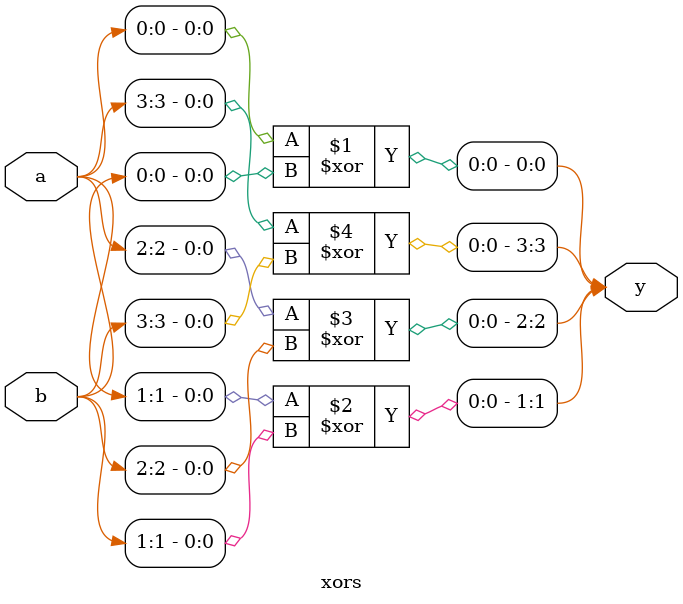
<source format=sv>
module ands #(
    parameter N = 4
) (
    input logic  [N - 1:0] a,
    input logic  [N - 1:0] b,
    output logic [N - 1:0] y
);
  genvar i;
  for (i = 0; i < N; i = i + 1) begin
    and (y[i], a[i], b[i]);
  end
endmodule

module ors #(
    parameter N = 4
) (
    input logic  [N - 1:0] a,
    input logic  [N - 1:0] b,
    output logic [N - 1:0] y
);
  genvar i;
  for (i = 0; i < N; i = i + 1) begin
    or (y[i], a[i], b[i]);
  end
endmodule

module xors #(
    parameter N = 4
) (
    input logic  [N - 1:0] a,
    input logic  [N - 1:0] b,
    output logic [N - 1:0] y
);
  genvar i;
  for (i = 0; i < N; i = i + 1) begin
    xor (y[i], a[i], b[i]);
  end
endmodule

</source>
